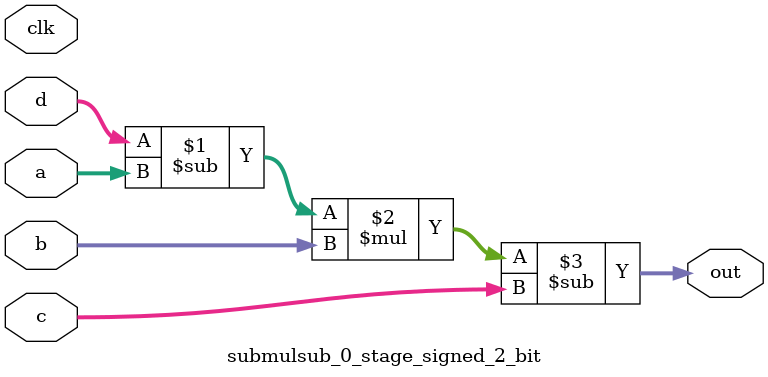
<source format=sv>
(* use_dsp = "yes" *) module submulsub_0_stage_signed_2_bit(
	input signed [1:0] a,
	input signed [1:0] b,
	input signed [1:0] c,
	input signed [1:0] d,
	output [1:0] out,
	input clk);

	assign out = ((d - a) * b) - c;
endmodule

</source>
